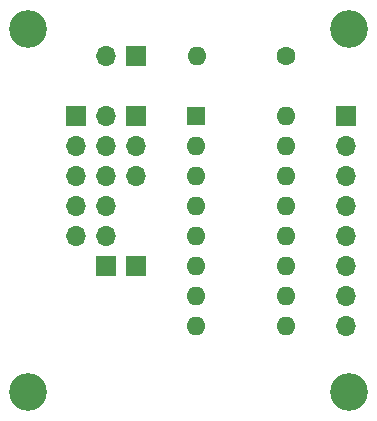
<source format=gbs>
G04 #@! TF.GenerationSoftware,KiCad,Pcbnew,(6.0.0)*
G04 #@! TF.CreationDate,2022-11-09T00:12:50-05:00*
G04 #@! TF.ProjectId,chip select multiplexer,63686970-2073-4656-9c65-6374206d756c,rev?*
G04 #@! TF.SameCoordinates,Original*
G04 #@! TF.FileFunction,Soldermask,Bot*
G04 #@! TF.FilePolarity,Negative*
%FSLAX46Y46*%
G04 Gerber Fmt 4.6, Leading zero omitted, Abs format (unit mm)*
G04 Created by KiCad (PCBNEW (6.0.0)) date 2022-11-09 00:12:50*
%MOMM*%
%LPD*%
G01*
G04 APERTURE LIST*
%ADD10R,1.700000X1.700000*%
%ADD11O,1.700000X1.700000*%
%ADD12C,3.200000*%
%ADD13R,1.600000X1.600000*%
%ADD14O,1.600000X1.600000*%
%ADD15C,1.600000*%
G04 APERTURE END LIST*
D10*
X127000000Y-81280000D03*
D11*
X127000000Y-83820000D03*
X127000000Y-86360000D03*
X127000000Y-88900000D03*
X127000000Y-91440000D03*
D10*
X132080000Y-81280000D03*
D11*
X132080000Y-83820000D03*
X132080000Y-86360000D03*
D12*
X150114000Y-73914000D03*
D10*
X129540000Y-93980000D03*
D11*
X129540000Y-91440000D03*
X129540000Y-88900000D03*
X129540000Y-86360000D03*
X129540000Y-83820000D03*
X129540000Y-81280000D03*
D10*
X132080000Y-93980000D03*
D13*
X137160000Y-81280000D03*
D14*
X137160000Y-83820000D03*
X137160000Y-86360000D03*
X137160000Y-88900000D03*
X137160000Y-91440000D03*
X137160000Y-93980000D03*
X137160000Y-96520000D03*
X137160000Y-99060000D03*
X144780000Y-99060000D03*
X144780000Y-96520000D03*
X144780000Y-93980000D03*
X144780000Y-91440000D03*
X144780000Y-88900000D03*
X144780000Y-86360000D03*
X144780000Y-83820000D03*
X144780000Y-81280000D03*
D15*
X144780000Y-76200000D03*
D14*
X137280000Y-76200000D03*
D12*
X122936000Y-73914000D03*
D10*
X132080000Y-76200000D03*
D11*
X129540000Y-76200000D03*
D10*
X149860000Y-81280000D03*
D11*
X149860000Y-83820000D03*
X149860000Y-86360000D03*
X149860000Y-88900000D03*
X149860000Y-91440000D03*
X149860000Y-93980000D03*
X149860000Y-96520000D03*
X149860000Y-99060000D03*
D12*
X122936000Y-104648000D03*
X150114000Y-104648000D03*
M02*

</source>
